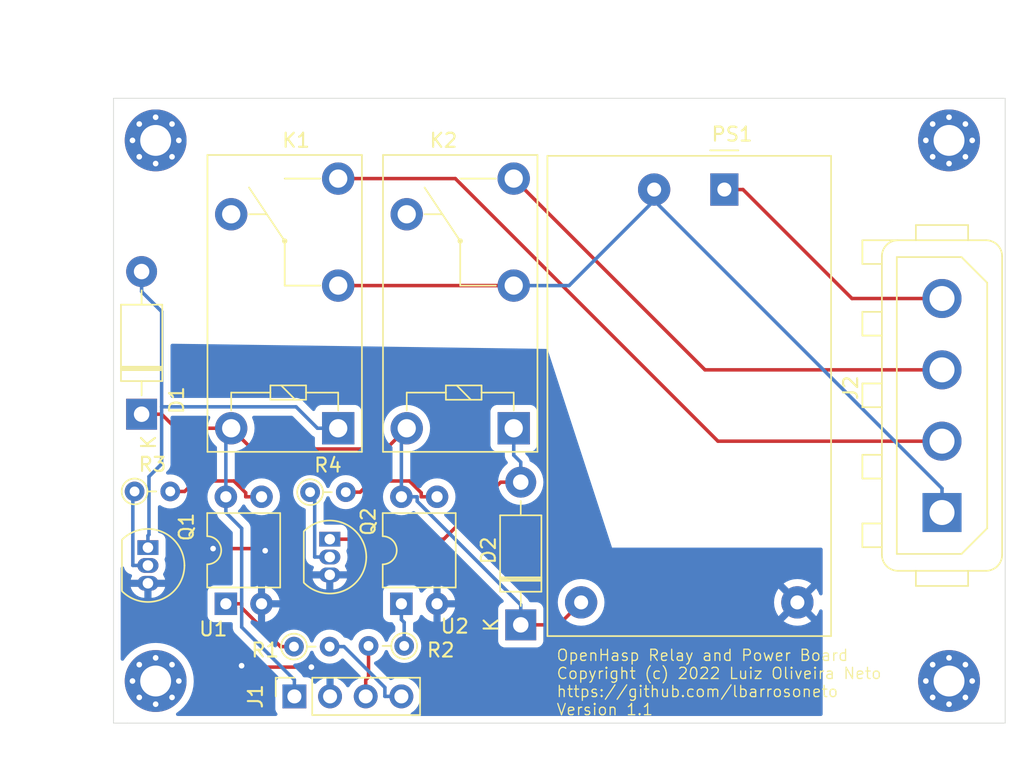
<source format=kicad_pcb>
(kicad_pcb (version 20211014) (generator pcbnew)
  (layers (0 "F.Cu" signal) (31 "B.Cu" signal) (34 "B.Paste" user) (35 "F.Paste" user) (36 "B.SilkS" user "B.Silkscreen") (37 "F.SilkS" user "F.Silkscreen") (38 "B.Mask" user) (39 "F.Mask" user) (44 "Edge.Cuts" user))
  (net 0 "")
  (net 1 "Net-(J1-Pad4)")
  (net 2 "Net-(J1-Pad3)")
  (net 3 "Net-(J2-Pad1)")
  (net 4 "Net-(J2-Pad2)")
  (net 5 "Net-(J2-Pad4)")
  (net 6 "Net-(J2-Pad3)")
  (net 7 "GND")
  (net 8 "VPP")
  (net 9 "Net-(R3-Pad2)")
  (net 10 "Net-(R1-Pad1)")
  (net 11 "Net-(R4-Pad2)")
  (net 12 "Net-(R2-Pad1)")
  (net 13 "Net-(D1-Pad2)")
  (net 14 "Net-(D2-Pad2)")
  (net 15 "Net-(Q1-Pad2)")
  (net 16 "Net-(Q2-Pad2)")
  (footprint "Converter_ACDC:Converter_ACDC_HiLink_HLK-PMxx" (layer "F.Cu") (at 140 91.5 -90)
    (fp_text reference "PS1" (at -3.94 -0.55) (layer "F.SilkS"))
    (fp_text value "HLK-PM01")
    (fp_line (start 31.8 12.6) (end 31.8 -7.6) (layer "F.SilkS") (width 0.12))
    (fp_line (start -2.4 12.6) (end 31.8 12.6) (layer "F.SilkS") (width 0.12))
    (fp_line (start 31.8 -7.6) (end -2.4 -7.6) (layer "F.SilkS") (width 0.12))
    (fp_line (start -2.4 -7.6) (end -2.4 12.6) (layer "F.SilkS") (width 0.12))
    (fp_line (start -2.79 -1) (end -2.79 1.01) (layer "F.SilkS") (width 0.12))
    (pad "1" thru_hole rect locked (at 0 0 270) (size 2.3 2) (drill 1) (layers *.Cu *.Mask) (net 5 "Net-(J2-Pad4)"))
    (pad "2" thru_hole circle locked (at 0 5 270) (size 2.3 2.3) (drill 1) (layers *.Cu *.Mask) (net 3 "Net-(J2-Pad1)"))
    (pad "3" thru_hole circle locked (at 29.4 -5.2 270) (size 2.3 2.3) (drill 1) (layers *.Cu *.Mask) (net 7 "GND"))
    (pad "4" thru_hole circle locked (at 29.4 10.2 270) (size 2.3 2.3) (drill 1) (layers *.Cu *.Mask) (net 8 "VPP"))
  )
  (footprint "Connector_TE-Connectivity:TE_MATE-N-LOK_350211-1_1x04_P5.08mm_Vertical" (layer "F.Cu") (at 155.5 114.5 90)
    (fp_text reference "J2" (at 8.89 -6.5 90) (layer "F.SilkS"))
    (fp_text value "Screw_Terminal_01x04")
    (fp_line (start -0.78 -5.67) (end -0.78 -4.28) (layer "F.SilkS") (width 0.12))
    (fp_line (start 18.25 -4.28) (end -3.01 -4.28) (layer "F.SilkS") (width 0.12))
    (fp_line (start 20.47 1.86) (end 20.47 -1.86) (layer "F.SilkS") (width 0.12))
    (fp_line (start 7.5 -4.28) (end 7.5 -5.67) (layer "F.SilkS") (width 0.12))
    (fp_line (start -3.01 4.28) (end 18.25 4.28) (layer "F.SilkS") (width 0.12))
    (fp_line (start 2.42 -5.67) (end 4.11 -5.67) (layer "F.SilkS") (width 0.12))
    (fp_line (start 19.39 3.14) (end 19.39 -5.67) (layer "F.SilkS") (width 0.12))
    (fp_line (start -5.23 -1.86) (end -4.15 -1.86) (layer "F.SilkS") (width 0.12))
    (fp_line (start 16.36 3.22) (end -1.12 3.22) (layer "F.SilkS") (width 0.12))
    (fp_line (start -4.15 -3.14) (end -4.15 3.14) (layer "F.SilkS") (width 0.12))
    (fp_line (start 14.29 -5.67) (end 14.29 -4.28) (layer "F.SilkS") (width 0.12))
    (fp_line (start 20.47 -1.86) (end 19.39 -1.86) (layer "F.SilkS") (width 0.12))
    (fp_line (start 17.7 -4.28) (end 17.7 -5.67) (layer "F.SilkS") (width 0.12))
    (fp_line (start 12.6 -4.28) (end 12.6 -5.67) (layer "F.SilkS") (width 0.12))
    (fp_line (start -2.47 -5.67) (end -0.78 -5.67) (layer "F.SilkS") (width 0.12))
    (fp_line (start 7.5 -5.67) (end 9.19 -5.67) (layer "F.SilkS") (width 0.12))
    (fp_line (start -1.12 3.22) (end -2.95 1.39) (layer "F.SilkS") (width 0.12))
    (fp_line (start -2.47 -4.28) (end -2.47 -5.67) (layer "F.SilkS") (width 0.12))
    (fp_line (start 4.11 -5.67) (end 4.11 -4.28) (layer "F.SilkS") (width 0.12))
    (fp_line (start 2.42 -4.28) (end 2.42 -5.67) (layer "F.SilkS") (width 0.12))
    (fp_line (start -5.23 1.86) (end -5.23 -1.86) (layer "F.SilkS") (width 0.12))
    (fp_line (start -2.95 -3.22) (end 18.19 -3.22) (layer "F.SilkS") (width 0.12))
    (fp_line (start 18.19 1.39) (end 16.36 3.22) (layer "F.SilkS") (width 0.12))
    (fp_line (start 9.19 -5.67) (end 9.19 -4.28) (layer "F.SilkS") (width 0.12))
    (fp_line (start -4.15 1.86) (end -5.23 1.86) (layer "F.SilkS") (width 0.12))
    (fp_line (start -2.95 1.39) (end -2.95 -3.22) (layer "F.SilkS") (width 0.12))
    (fp_line (start 17.7 -5.67) (end 19.39 -5.67) (layer "F.SilkS") (width 0.12))
    (fp_line (start 19.39 1.86) (end 20.47 1.86) (layer "F.SilkS") (width 0.12))
    (fp_line (start 18.19 -3.22) (end 18.19 1.39) (layer "F.SilkS") (width 0.12))
    (fp_line (start 12.6 -5.67) (end 14.29 -5.67) (layer "F.SilkS") (width 0.12))
    (fp_arc (start -4.15 -3.14) (mid -3.816102 -3.946102) (end -3.01 -4.28) (layer "F.SilkS") (width 0.12))
    (fp_arc (start -3.01 4.28) (mid -3.816102 3.946102) (end -4.15 3.14) (layer "F.SilkS") (width 0.12))
    (fp_arc (start 19.39 3.14) (mid 19.056102 3.946102) (end 18.25 4.28) (layer "F.SilkS") (width 0.12))
    (fp_arc (start 18.25 -4.28) (mid 19.056102 -3.946102) (end 19.39 -3.14) (layer "F.SilkS") (width 0.12))
    (pad "1" thru_hole rect (at 0 0 90) (size 2.78 2.78) (drill 1.78) (layers *.Cu *.Mask) (net 3 "Net-(J2-Pad1)"))
    (pad "2" thru_hole circle (at 5.08 0 90) (size 2.78 2.78) (drill 1.78) (layers *.Cu *.Mask) (net 4 "Net-(J2-Pad2)"))
    (pad "3" thru_hole circle (at 10.16 0 90) (size 2.78 2.78) (drill 1.78) (layers *.Cu *.Mask) (net 6 "Net-(J2-Pad3)"))
    (pad "4" thru_hole circle (at 15.24 0 90) (size 2.78 2.78) (drill 1.78) (layers *.Cu *.Mask) (net 5 "Net-(J2-Pad4)"))
  )
  (footprint "Package_DIP:DIP-4_W7.62mm" (layer "F.Cu") (at 104.5 121 90)
    (fp_text reference "U1" (at -1.8 -0.9 180) (layer "F.SilkS"))
    (fp_text value "EL817")
    (fp_line (start 6.46 3.87) (end 6.46 -1.33) (layer "F.SilkS") (width 0.12))
    (fp_line (start 1.16 3.87) (end 6.46 3.87) (layer "F.SilkS") (width 0.12))
    (fp_line (start 1.16 -1.33) (end 1.16 3.87) (layer "F.SilkS") (width 0.12))
    (fp_line (start 2.81 -1.33) (end 1.16 -1.33) (layer "F.SilkS") (width 0.12))
    (fp_line (start 6.46 -1.33) (end 4.81 -1.33) (layer "F.SilkS") (width 0.12))
    (fp_arc (start 4.81 -1.33) (mid 3.81 -0.33) (end 2.81 -1.33) (layer "F.SilkS") (width 0.12))
    (pad "1" thru_hole rect locked (at 0 0 90) (size 1.6 1.6) (drill 0.8) (layers *.Cu *.Mask) (net 10 "Net-(R1-Pad1)"))
    (pad "2" thru_hole oval locked (at 0 2.54 90) (size 1.6 1.6) (drill 0.8) (layers *.Cu *.Mask) (net 7 "GND"))
    (pad "3" thru_hole oval locked (at 7.62 2.54 90) (size 1.6 1.6) (drill 0.8) (layers *.Cu *.Mask) (net 9 "Net-(R3-Pad2)"))
    (pad "4" thru_hole oval locked (at 7.62 0 90) (size 1.6 1.6) (drill 0.8) (layers *.Cu *.Mask) (net 8 "VPP"))
  )
  (footprint "Package_DIP:DIP-4_W7.62mm" (layer "F.Cu") (at 117 121 90)
    (fp_text reference "U2" (at -1.6 3.8 180) (layer "F.SilkS"))
    (fp_text value "EL817")
    (fp_line (start 6.46 -1.33) (end 4.81 -1.33) (layer "F.SilkS") (width 0.12))
    (fp_line (start 1.16 -1.33) (end 1.16 3.87) (layer "F.SilkS") (width 0.12))
    (fp_line (start 6.46 3.87) (end 6.46 -1.33) (layer "F.SilkS") (width 0.12))
    (fp_line (start 2.81 -1.33) (end 1.16 -1.33) (layer "F.SilkS") (width 0.12))
    (fp_line (start 1.16 3.87) (end 6.46 3.87) (layer "F.SilkS") (width 0.12))
    (fp_arc (start 4.81 -1.33) (mid 3.81 -0.33) (end 2.81 -1.33) (layer "F.SilkS") (width 0.12))
    (pad "1" thru_hole rect locked (at 0 0 90) (size 1.6 1.6) (drill 0.8) (layers *.Cu *.Mask) (net 12 "Net-(R2-Pad1)"))
    (pad "2" thru_hole oval locked (at 0 2.54 90) (size 1.6 1.6) (drill 0.8) (layers *.Cu *.Mask) (net 7 "GND"))
    (pad "3" thru_hole oval locked (at 7.62 2.54 90) (size 1.6 1.6) (drill 0.8) (layers *.Cu *.Mask) (net 11 "Net-(R4-Pad2)"))
    (pad "4" thru_hole oval locked (at 7.62 0 90) (size 1.6 1.6) (drill 0.8) (layers *.Cu *.Mask) (net 8 "VPP"))
  )
  (footprint "Relay_THT:Relay_SPDT_Omron-G5Q-1" (layer "F.Cu") (at 112.5 108.5 90)
    (fp_text reference "K1" (at 20.5 -3) (layer "F.SilkS"))
    (fp_text value "G5Q-1")
    (fp_line (start -1.68 -9.31) (end 19.46 -9.31) (layer "F.SilkS") (width 0.12))
    (fp_line (start 2.54 -4.83) (end 3.05 -4.83) (layer "F.SilkS") (width 0.12))
    (fp_line (start 15.24 -6.35) (end 15.24 -5.08) (layer "F.SilkS") (width 0.12))
    (fp_line (start 2.03 -3.05) (end 3.05 -4.06) (layer "F.SilkS") (width 0.12))
    (fp_line (start -1.68 1.69) (end -1.68 -9.31) (layer "F.SilkS") (width 0.12))
    (fp_line (start 17.78 -1.27) (end 17.78 -3.81) (layer "F.SilkS") (width 0.12))
    (fp_line (start 3.05 -2.29) (end 2.54 -2.29) (layer "F.SilkS") (width 0.12))
    (fp_line (start 2.54 0) (end 2.54 -2.29) (layer "F.SilkS") (width 0.12))
    (fp_line (start 2.54 -2.29) (end 2.03 -2.29) (layer "F.SilkS") (width 0.12))
    (fp_line (start 3.05 -4.83) (end 3.05 -2.29) (layer "F.SilkS") (width 0.12))
    (fp_line (start 2.54 -4.83) (end 2.54 -7.62) (layer "F.SilkS") (width 0.12))
    (fp_line (start 10.16 -1.27) (end 10.16 -3.81) (layer "F.SilkS") (width 0.12))
    (fp_line (start 19.46 1.69) (end 19.46 -9.31) (layer "F.SilkS") (width 0.12))
    (fp_line (start 10.16 -3.81) (end 13.335 -3.81) (layer "F.SilkS") (width 0.12))
    (fp_line (start -1.68 1.69) (end 19.46 1.69) (layer "F.SilkS") (width 0.12))
    (fp_line (start 2.03 -2.29) (end 2.03 -4.83) (layer "F.SilkS") (width 0.12))
    (fp_line (start 1.27 0) (end 2.54 0) (layer "F.SilkS") (width 0.12))
    (fp_line (start 13.335 -3.81) (end 17.145 -6.35) (layer "F.SilkS") (width 0.12))
    (fp_line (start 2.54 -7.62) (end 1.27 -7.62) (layer "F.SilkS") (width 0.12))
    (fp_line (start 2.03 -4.83) (end 2.54 -4.83) (layer "F.SilkS") (width 0.12))
    (fp_circle (center 13.335 -3.81) (end 13.462 -3.81) (layer "F.SilkS") (width 0.12) (fill none))
    (pad "1" thru_hole rect locked (at 0 0 270) (size 2.3 2.3) (drill 1.3) (layers *.Cu *.Mask) (net 13 "Net-(D1-Pad2)"))
    (pad "2" thru_hole circle locked (at 10.16 0 270) (size 2.3 2.3) (drill 1.3) (layers *.Cu *.Mask) (net 3 "Net-(J2-Pad1)"))
    (pad "3" thru_hole circle locked (at 17.78 0 270) (size 2.3 2.3) (drill 1.3) (layers *.Cu *.Mask) (net 4 "Net-(J2-Pad2)"))
    (pad "4" thru_hole circle locked (at 15.24 -7.62 270) (size 2.3 2.3) (drill 1.3) (layers *.Cu *.Mask))
    (pad "5" thru_hole circle locked (at 0 -7.62 270) (size 2.3 2.3) (drill 1.3) (layers *.Cu *.Mask) (net 8 "VPP"))
  )
  (footprint "Relay_THT:Relay_SPDT_Omron-G5Q-1" (layer "F.Cu") (at 125 108.5 90)
    (fp_text reference "K2" (at 20.5 -5) (layer "F.SilkS"))
    (fp_text value "G5Q-1")
    (fp_line (start 2.54 -2.29) (end 2.03 -2.29) (layer "F.SilkS") (width 0.12))
    (fp_line (start 2.03 -2.29) (end 2.03 -4.83) (layer "F.SilkS") (width 0.12))
    (fp_line (start 10.16 -1.27) (end 10.16 -3.81) (layer "F.SilkS") (width 0.12))
    (fp_line (start 2.03 -4.83) (end 2.54 -4.83) (layer "F.SilkS") (width 0.12))
    (fp_line (start -1.68 1.69) (end 19.46 1.69) (layer "F.SilkS") (width 0.12))
    (fp_line (start 15.24 -6.35) (end 15.24 -5.08) (layer "F.SilkS") (width 0.12))
    (fp_line (start 17.78 -1.27) (end 17.78 -3.81) (layer "F.SilkS") (width 0.12))
    (fp_line (start 2.54 -7.62) (end 1.27 -7.62) (layer "F.SilkS") (width 0.12))
    (fp_line (start -1.68 1.69) (end -1.68 -9.31) (layer "F.SilkS") (width 0.12))
    (fp_line (start 1.27 0) (end 2.54 0) (layer "F.SilkS") (width 0.12))
    (fp_line (start 2.54 -4.83) (end 3.05 -4.83) (layer "F.SilkS") (width 0.12))
    (fp_line (start 13.335 -3.81) (end 17.145 -6.35) (layer "F.SilkS") (width 0.12))
    (fp_line (start 19.46 1.69) (end 19.46 -9.31) (layer "F.SilkS") (width 0.12))
    (fp_line (start -1.68 -9.31) (end 19.46 -9.31) (layer "F.SilkS") (width 0.12))
    (fp_line (start 3.05 -2.29) (end 2.54 -2.29) (layer "F.SilkS") (width 0.12))
    (fp_line (start 2.54 0) (end 2.54 -2.29) (layer "F.SilkS") (width 0.12))
    (fp_line (start 2.54 -4.83) (end 2.54 -7.62) (layer "F.SilkS") (width 0.12))
    (fp_line (start 10.16 -3.81) (end 13.335 -3.81) (layer "F.SilkS") (width 0.12))
    (fp_line (start 2.03 -3.05) (end 3.05 -4.06) (layer "F.SilkS") (width 0.12))
    (fp_line (start 3.05 -4.83) (end 3.05 -2.29) (layer "F.SilkS") (width 0.12))
    (fp_circle (center 13.335 -3.81) (end 13.462 -3.81) (layer "F.SilkS") (width 0.12) (fill none))
    (pad "1" thru_hole rect locked (at 0 0 270) (size 2.3 2.3) (drill 1.3) (layers *.Cu *.Mask) (net 14 "Net-(D2-Pad2)"))
    (pad "2" thru_hole circle locked (at 10.16 0 270) (size 2.3 2.3) (drill 1.3) (layers *.Cu *.Mask) (net 3 "Net-(J2-Pad1)"))
    (pad "3" thru_hole circle locked (at 17.78 0 270) (size 2.3 2.3) (drill 1.3) (layers *.Cu *.Mask) (net 6 "Net-(J2-Pad3)"))
    (pad "4" thru_hole circle locked (at 15.24 -7.62 270) (size 2.3 2.3) (drill 1.3) (layers *.Cu *.Mask))
    (pad "5" thru_hole circle locked (at 0 -7.62 270) (size 2.3 2.3) (drill 1.3) (layers *.Cu *.Mask) (net 8 "VPP"))
  )
  (footprint "MountingHole:MountingHole_2.2mm_M2_Pad_Via" (layer "F.Cu") (at 156 126.5)
    (fp_text reference "H1" hide)
    (fp_text value "MountingHole")
    (pad "1" thru_hole circle locked (at -1.65 0) (size 0.7 0.7) (drill 0.4) (layers *.Cu *.Mask))
    (pad "1" thru_hole circle locked (at 1.65 0) (size 0.7 0.7) (drill 0.4) (layers *.Cu *.Mask))
    (pad "1" thru_hole circle locked (at 0 -1.65) (size 0.7 0.7) (drill 0.4) (layers *.Cu *.Mask))
    (pad "1" thru_hole circle locked (at 1.166726 -1.166726) (size 0.7 0.7) (drill 0.4) (layers *.Cu *.Mask))
    (pad "1" thru_hole circle locked (at -1.166726 1.166726) (size 0.7 0.7) (drill 0.4) (layers *.Cu *.Mask))
    (pad "1" thru_hole circle locked (at -1.166726 -1.166726) (size 0.7 0.7) (drill 0.4) (layers *.Cu *.Mask))
    (pad "1" thru_hole circle locked (at 0 1.65) (size 0.7 0.7) (drill 0.4) (layers *.Cu *.Mask))
    (pad "1" thru_hole circle locked (at 0 0) (size 4.4 4.4) (drill 2.2) (layers *.Cu *.Mask))
    (pad "1" thru_hole circle locked (at 1.166726 1.166726) (size 0.7 0.7) (drill 0.4) (layers *.Cu *.Mask))
  )
  (footprint "MountingHole:MountingHole_2.2mm_M2_Pad_Via" (layer "F.Cu") (at 156 88)
    (fp_text reference "H3" hide)
    (fp_text value "MountingHole")
    (pad "1" thru_hole circle locked (at 1.166726 1.166726) (size 0.7 0.7) (drill 0.4) (layers *.Cu *.Mask))
    (pad "1" thru_hole circle locked (at 0 0) (size 4.4 4.4) (drill 2.2) (layers *.Cu *.Mask))
    (pad "1" thru_hole circle locked (at 1.65 0) (size 0.7 0.7) (drill 0.4) (layers *.Cu *.Mask))
    (pad "1" thru_hole circle locked (at -1.166726 1.166726) (size 0.7 0.7) (drill 0.4) (layers *.Cu *.Mask))
    (pad "1" thru_hole circle locked (at 0 1.65) (size 0.7 0.7) (drill 0.4) (layers *.Cu *.Mask))
    (pad "1" thru_hole circle locked (at -1.166726 -1.166726) (size 0.7 0.7) (drill 0.4) (layers *.Cu *.Mask))
    (pad "1" thru_hole circle locked (at 0 -1.65) (size 0.7 0.7) (drill 0.4) (layers *.Cu *.Mask))
    (pad "1" thru_hole circle locked (at -1.65 0) (size 0.7 0.7) (drill 0.4) (layers *.Cu *.Mask))
    (pad "1" thru_hole circle locked (at 1.166726 -1.166726) (size 0.7 0.7) (drill 0.4) (layers *.Cu *.Mask))
  )
  (footprint "MountingHole:MountingHole_2.2mm_M2_Pad_Via" (layer "F.Cu") (at 99.5 88)
    (fp_text reference "H4" hide)
    (fp_text value "MountingHole")
    (pad "1" thru_hole circle locked (at 0 -1.65) (size 0.7 0.7) (drill 0.4) (layers *.Cu *.Mask))
    (pad "1" thru_hole circle locked (at -1.65 0) (size 0.7 0.7) (drill 0.4) (layers *.Cu *.Mask))
    (pad "1" thru_hole circle locked (at 0 1.65) (size 0.7 0.7) (drill 0.4) (layers *.Cu *.Mask))
    (pad "1" thru_hole circle locked (at 1.166726 -1.166726) (size 0.7 0.7) (drill 0.4) (layers *.Cu *.Mask))
    (pad "1" thru_hole circle locked (at -1.166726 1.166726) (size 0.7 0.7) (drill 0.4) (layers *.Cu *.Mask))
    (pad "1" thru_hole circle locked (at -1.166726 -1.166726) (size 0.7 0.7) (drill 0.4) (layers *.Cu *.Mask))
    (pad "1" thru_hole circle locked (at 1.65 0) (size 0.7 0.7) (drill 0.4) (layers *.Cu *.Mask))
    (pad "1" thru_hole circle locked (at 1.166726 1.166726) (size 0.7 0.7) (drill 0.4) (layers *.Cu *.Mask))
    (pad "1" thru_hole circle locked (at 0 0) (size 4.4 4.4) (drill 2.2) (layers *.Cu *.Mask))
  )
  (footprint "MountingHole:MountingHole_2.2mm_M2_Pad_Via" (layer "F.Cu") (at 99.5 126.5)
    (fp_text reference "H2" hide)
    (fp_text value "MountingHole")
    (pad "1" thru_hole circle locked (at 1.65 0) (size 0.7 0.7) (drill 0.4) (layers *.Cu *.Mask))
    (pad "1" thru_hole circle locked (at 0 0) (size 4.4 4.4) (drill 2.2) (layers *.Cu *.Mask))
    (pad "1" thru_hole circle locked (at 1.166726 1.166726) (size 0.7 0.7) (drill 0.4) (layers *.Cu *.Mask))
    (pad "1" thru_hole circle locked (at 0 -1.65) (size 0.7 0.7) (drill 0.4) (layers *.Cu *.Mask))
    (pad "1" thru_hole circle locked (at -1.65 0) (size 0.7 0.7) (drill 0.4) (layers *.Cu *.Mask))
    (pad "1" thru_hole circle locked (at 0 1.65) (size 0.7 0.7) (drill 0.4) (layers *.Cu *.Mask))
    (pad "1" thru_hole circle locked (at 1.166726 -1.166726) (size 0.7 0.7) (drill 0.4) (layers *.Cu *.Mask))
    (pad "1" thru_hole circle locked (at -1.166726 -1.166726) (size 0.7 0.7) (drill 0.4) (layers *.Cu *.Mask))
    (pad "1" thru_hole circle locked (at -1.166726 1.166726) (size 0.7 0.7) (drill 0.4) (layers *.Cu *.Mask))
  )
  (footprint "Resistor_THT:R_Axial_DIN0204_L3.6mm_D1.6mm_P2.54mm_Vertical" (layer "F.Cu") (at 98 113)
    (fp_text reference "R3" (at 1.27 -1.92) (layer "F.SilkS"))
    (fp_text value "1K")
    (fp_line (start 0.92 0) (end 1.54 0) (layer "F.SilkS") (width 0.12))
    (fp_circle (center 0 0) (end 0.92 0) (layer "F.SilkS") (width 0.12) (fill none))
    (pad "1" thru_hole circle locked (at 0 0) (size 1.4 1.4) (drill 0.7) (layers *.Cu *.Mask) (net 15 "Net-(Q1-Pad2)"))
    (pad "2" thru_hole oval locked (at 2.54 0) (size 1.4 1.4) (drill 0.7) (layers *.Cu *.Mask) (net 9 "Net-(R3-Pad2)"))
  )
  (footprint "Resistor_THT:R_Axial_DIN0204_L3.6mm_D1.6mm_P2.54mm_Vertical" (layer "F.Cu") (at 117.2 124 180)
    (fp_text reference "R2" (at -2.6 -0.3) (layer "F.SilkS"))
    (fp_text value "1K")
    (fp_line (start 0.92 0) (end 1.54 0) (layer "F.SilkS") (width 0.12))
    (fp_circle (center 0 0) (end 0.92 0) (layer "F.SilkS") (width 0.12) (fill none))
    (pad "1" thru_hole circle locked (at 0 0 180) (size 1.4 1.4) (drill 0.7) (layers *.Cu *.Mask) (net 12 "Net-(R2-Pad1)"))
    (pad "2" thru_hole oval locked (at 2.54 0 180) (size 1.4 1.4) (drill 0.7) (layers *.Cu *.Mask) (net 2 "Net-(J1-Pad3)"))
  )
  (footprint "Diode_THT:D_DO-41_SOD81_P10.16mm_Horizontal" (layer "F.Cu") (at 98.5 107.5 90)
    (fp_text reference "D1" (at 1 2.5 90) (layer "F.SilkS"))
    (fp_text value "1N4007")
    (fp_text user "K" (at -2 0.5 90) (layer "F.SilkS"))
    (fp_line (start 3.14 -1.47) (end 3.14 1.47) (layer "F.SilkS") (width 0.12))
    (fp_line (start 7.8 -1.47) (end 2.36 -1.47) (layer "F.SilkS") (width 0.12))
    (fp_line (start 3.26 -1.47) (end 3.26 1.47) (layer "F.SilkS") (width 0.12))
    (fp_line (start 2.36 -1.47) (end 2.36 1.47) (layer "F.SilkS") (width 0.12))
    (fp_line (start 2.36 1.47) (end 7.8 1.47) (layer "F.SilkS") (width 0.12))
    (fp_line (start 3.38 -1.47) (end 3.38 1.47) (layer "F.SilkS") (width 0.12))
    (fp_line (start 1.34 0) (end 2.36 0) (layer "F.SilkS") (width 0.12))
    (fp_line (start 8.82 0) (end 7.8 0) (layer "F.SilkS") (width 0.12))
    (fp_line (start 7.8 1.47) (end 7.8 -1.47) (layer "F.SilkS") (width 0.12))
    (pad "1" thru_hole rect locked (at 0 0 90) (size 2.2 2.2) (drill 1.1) (layers *.Cu *.Mask) (net 8 "VPP"))
    (pad "2" thru_hole oval locked (at 10.16 0 90) (size 2.2 2.2) (drill 1.1) (layers *.Cu *.Mask) (net 13 "Net-(D1-Pad2)"))
  )
  (footprint "Resistor_THT:R_Axial_DIN0204_L3.6mm_D1.6mm_P2.54mm_Vertical" (layer "F.Cu") (at 110.5 113.05)
    (fp_text reference "R4" (at 1.27 -1.92) (layer "F.SilkS"))
    (fp_text value "1K")
    (fp_line (start 0.92 0) (end 1.54 0) (layer "F.SilkS") (width 0.12))
    (fp_circle (center 0 0) (end 0.92 0) (layer "F.SilkS") (width 0.12) (fill none))
    (pad "1" thru_hole circle locked (at 0 0) (size 1.4 1.4) (drill 0.7) (layers *.Cu *.Mask) (net 16 "Net-(Q2-Pad2)"))
    (pad "2" thru_hole oval locked (at 2.54 0) (size 1.4 1.4) (drill 0.7) (layers *.Cu *.Mask) (net 11 "Net-(R4-Pad2)"))
  )
  (footprint "Diode_THT:D_DO-41_SOD81_P10.16mm_Horizontal" (layer "F.Cu") (at 125.5 122.5 90)
    (fp_text reference "D2" (at 5.3 -2.3 90) (layer "F.SilkS"))
    (fp_text value "1N4007")
    (fp_text user "K" (at 0 -2.1 90) (layer "F.SilkS"))
    (fp_line (start 3.26 -1.47) (end 3.26 1.47) (layer "F.SilkS") (width 0.12))
    (fp_line (start 3.14 -1.47) (end 3.14 1.47) (layer "F.SilkS") (width 0.12))
    (fp_line (start 8.82 0) (end 7.8 0) (layer "F.SilkS") (width 0.12))
    (fp_line (start 7.8 -1.47) (end 2.36 -1.47) (layer "F.SilkS") (width 0.12))
    (fp_line (start 3.38 -1.47) (end 3.38 1.47) (layer "F.SilkS") (width 0.12))
    (fp_line (start 7.8 1.47) (end 7.8 -1.47) (layer "F.SilkS") (width 0.12))
    (fp_line (start 2.36 1.47) (end 7.8 1.47) (layer "F.SilkS") (width 0.12))
    (fp_line (start 1.34 0) (end 2.36 0) (layer "F.SilkS") (width 0.12))
    (fp_line (start 2.36 -1.47) (end 2.36 1.47) (layer "F.SilkS") (width 0.12))
    (pad "1" thru_hole rect locked (at 0 0 90) (size 2.2 2.2) (drill 1.1) (layers *.Cu *.Mask) (net 8 "VPP"))
    (pad "2" thru_hole oval locked (at 10.16 0 90) (size 2.2 2.2) (drill 1.1) (layers *.Cu *.Mask) (net 14 "Net-(D2-Pad2)"))
  )
  (footprint "Package_TO_SOT_THT:TO-92_Inline" (layer "F.Cu") (at 98.95 117 -90)
    (fp_text reference "Q1" (at -1.47 -2.74 -90) (layer "F.SilkS"))
    (fp_text value "BC548")
    (fp_line (start -0.53 1.85) (end 3.07 1.85) (layer "F.SilkS") (width 0.12))
    (fp_arc (start -0.568478 1.838478) (mid -1.132087 -0.994977) (end 1.27 -2.6) (layer "F.SilkS") (width 0.12))
    (fp_arc (start 1.27 -2.6) (mid 3.672087 -0.994977) (end 3.108478 1.838478) (layer "F.SilkS") (width 0.12))
    (pad "1" thru_hole rect (at 0 0 270) (size 1.05 1.5) (drill 0.75) (layers *.Cu *.Mask) (net 13 "Net-(D1-Pad2)"))
    (pad "2" thru_hole oval (at 1.27 0 270) (size 1.05 1.5) (drill 0.75) (layers *.Cu *.Mask) (net 15 "Net-(Q1-Pad2)"))
    (pad "3" thru_hole oval (at 2.54 0 270) (size 1.05 1.5) (drill 0.75) (layers *.Cu *.Mask) (net 7 "GND"))
  )
  (footprint "Package_TO_SOT_THT:TO-92_Inline" (layer "F.Cu") (at 111.9 116.4 -90)
    (fp_text reference "Q2" (at -1.25 -2.74 -90) (layer "F.SilkS"))
    (fp_text value "BC548")
    (fp_line (start -0.53 1.85) (end 3.07 1.85) (layer "F.SilkS") (width 0.12))
    (fp_arc (start -0.568478 1.838478) (mid -1.132087 -0.994977) (end 1.27 -2.6) (layer "F.SilkS") (width 0.12))
    (fp_arc (start 1.27 -2.6) (mid 3.672087 -0.994977) (end 3.108478 1.838478) (layer "F.SilkS") (width 0.12))
    (pad "1" thru_hole rect (at 0 0 270) (size 1.05 1.5) (drill 0.75) (layers *.Cu *.Mask) (net 14 "Net-(D2-Pad2)"))
    (pad "2" thru_hole oval (at 1.27 0 270) (size 1.05 1.5) (drill 0.75) (layers *.Cu *.Mask) (net 16 "Net-(Q2-Pad2)"))
    (pad "3" thru_hole oval (at 2.54 0 270) (size 1.05 1.5) (drill 0.75) (layers *.Cu *.Mask) (net 7 "GND"))
  )
  (footprint "Resistor_THT:R_Axial_DIN0204_L3.6mm_D1.6mm_P2.54mm_Vertical" (layer "F.Cu") (at 109.35 124.05)
    (fp_text reference "R1" (at -2.05 0.25) (layer "F.SilkS"))
    (fp_text value "1K")
    (fp_line (start 0.92 0) (end 1.54 0) (layer "F.SilkS") (width 0.12))
    (fp_circle (center 0 0) (end 0.92 0) (layer "F.SilkS") (width 0.12) (fill none))
    (pad "1" thru_hole circle locked (at 0 0) (size 1.4 1.4) (drill 0.7) (layers *.Cu *.Mask) (net 10 "Net-(R1-Pad1)"))
    (pad "2" thru_hole oval locked (at 2.54 0) (size 1.4 1.4) (drill 0.7) (layers *.Cu *.Mask) (net 1 "Net-(J1-Pad4)"))
  )
  (footprint "Connector_PinSocket_2.54mm:PinSocket_1x04_P2.54mm_Vertical" (layer "F.Cu") (at 109.38 127.595 90)
    (fp_text reference "J1" (at 0 -2.77 90) (layer "F.SilkS"))
    (fp_text value "Conn_01x04")
    (fp_line (start -1.33 8.95) (end 1.33 8.95) (layer "F.SilkS") (width 0.12))
    (fp_line (start 1.33 -1.33) (end 1.33 0) (layer "F.SilkS") (width 0.12))
    (fp_line (start -1.33 1.27) (end -1.33 8.95) (layer "F.SilkS") (width 0.12))
    (fp_line (start -1.33 1.27) (end 1.33 1.27) (layer "F.SilkS") (width 0.12))
    (fp_line (start 1.33 1.27) (end 1.33 8.95) (layer "F.SilkS") (width 0.12))
    (fp_line (start 0 -1.33) (end 1.33 -1.33) (layer "F.SilkS") (width 0.12))
    (pad "1" thru_hole rect (at 0 0 90) (size 1.7 1.7) (drill 1) (layers *.Cu *.Mask) (net 8 "VPP"))
    (pad "2" thru_hole oval (at 0 2.54 90) (size 1.7 1.7) (drill 1) (layers *.Cu *.Mask) (net 7 "GND"))
    (pad "3" thru_hole oval (at 0 5.08 90) (size 1.7 1.7) (drill 1) (layers *.Cu *.Mask) (net 2 "Net-(J1-Pad3)"))
    (pad "4" thru_hole oval (at 0 7.62 90) (size 1.7 1.7) (drill 1) (layers *.Cu *.Mask) (net 1 "Net-(J1-Pad4)"))
  )
  (gr_line (start 96.5 129.5) (end 96.5 85) (layer "Edge.Cuts") (width 0.05))
  (gr_line (start 97.5 129.5) (end 96.5 129.5) (layer "Edge.Cuts") (width 0.05))
  (gr_line (start 160 85) (end 160 129.5) (layer "Edge.Cuts") (width 0.05))
  (gr_line (start 160 129.5) (end 97.5 129.5) (layer "Edge.Cuts") (width 0.05))
  (gr_line (start 96.5 85) (end 160 85) (layer "Edge.Cuts") (width 0.05))
  (gr_text "OpenHasp Relay and Power Board\nCopyright (c) 2022 Luiz Oliveira Neto\nhttps://github.com/lbarrosoneto\nVersion 1.1" (at 128 126.6) (layer "F.SilkS") (effects (font (size 0.8 0.8) (thickness 0.09)) (justify left)))
  (segment (start 117 127.595) (end 115.8247 127.595) (width 0.25) (layer "B.Cu") (net 1))
  (segment (start 111.89 124.05) (end 112.9153 124.05) (width 0.25) (layer "B.Cu") (net 1))
  (segment (start 115.8247 126.9594) (end 112.9153 124.05) (width 0.25) (layer "B.Cu") (net 1))
  (segment (start 115.8247 127.595) (end 115.8247 126.9594) (width 0.25) (layer "B.Cu") (net 1))
  (segment (start 114.46 126.4197) (end 114.66 126.2197) (width 0.25) (layer "F.Cu") (net 2))
  (segment (start 114.66 126.2197) (end 114.66 124) (width 0.25) (layer "F.Cu") (net 2))
  (segment (start 114.46 127.595) (end 114.46 126.4197) (width 0.25) (layer "F.Cu") (net 2))
  (segment (start 125 98.34) (end 112.5 98.34) (width 0.25) (layer "F.Cu") (net 3))
  (segment (start 135 92.2847) (end 135 91.5) (width 0.25) (layer "B.Cu") (net 3))
  (segment (start 155.5 112.7847) (end 135 92.2847) (width 0.25) (layer "B.Cu") (net 3))
  (segment (start 128.9447 98.34) (end 135 92.2847) (width 0.25) (layer "B.Cu") (net 3))
  (segment (start 155.5 114.5) (end 155.5 112.7847) (width 0.25) (layer "B.Cu") (net 3))
  (segment (start 125 98.34) (end 128.9447 98.34) (width 0.25) (layer "B.Cu") (net 3))
  (segment (start 120.8424 90.72) (end 139.5424 109.42) (width 0.25) (layer "F.Cu") (net 4))
  (segment (start 112.5 90.72) (end 120.8424 90.72) (width 0.25) (layer "F.Cu") (net 4))
  (segment (start 139.5424 109.42) (end 155.5 109.42) (width 0.25) (layer "F.Cu") (net 4))
  (segment (start 155.5 99.26) (end 149.0853 99.26) (width 0.25) (layer "F.Cu") (net 5))
  (segment (start 140 91.5) (end 141.3253 91.5) (width 0.25) (layer "F.Cu") (net 5))
  (segment (start 149.0853 99.26) (end 141.3253 91.5) (width 0.25) (layer "F.Cu") (net 5))
  (segment (start 138.62 104.34) (end 125 90.72) (width 0.25) (layer "F.Cu") (net 6))
  (segment (start 155.5 104.34) (end 138.62 104.34) (width 0.25) (layer "F.Cu") (net 6))
  (segment (start 107.15 117.07) (end 107.3 117.22) (width 0.25) (layer "F.Cu") (net 7))
  (segment (start 103.59 117.07) (end 107.15 117.07) (width 0.25) (layer "F.Cu") (net 7))
  (segment (start 105.72 125.51) (end 105.62 125.41) (width 0.25) (layer "F.Cu") (net 7))
  (segment (start 110.59 125.51) (end 105.72 125.51) (width 0.25) (layer "F.Cu") (net 7))
  (via (at 107.3 117.22) (size 0.8) (drill 0.4) (layers "F.Cu" "B.Cu") (net 7))
  (via (at 110.59 125.51) (size 0.8) (drill 0.4) (layers "F.Cu" "B.Cu") (net 7))
  (via (at 105.62 125.41) (size 0.8) (drill 0.4) (layers "F.Cu" "B.Cu") (net 7))
  (via (at 103.59 117.07) (size 0.8) (drill 0.4) (layers "F.Cu" "B.Cu") (net 7))
  (segment (start 106.3554 109.9754) (end 104.88 108.5) (width 0.25) (layer "F.Cu") (net 8))
  (segment (start 115.9046 109.9754) (end 106.3554 109.9754) (width 0.25) (layer "F.Cu") (net 8))
  (segment (start 117.38 108.5) (end 115.9046 109.9754) (width 0.25) (layer "F.Cu") (net 8))
  (segment (start 128.2 122.5) (end 129.8 120.9) (width 0.25) (layer "F.Cu") (net 8))
  (segment (start 100.9253 108.5) (end 99.9253 107.5) (width 0.25) (layer "F.Cu") (net 8))
  (segment (start 125.5 122.5) (end 128.2 122.5) (width 0.25) (layer "F.Cu") (net 8))
  (segment (start 98.5 107.5) (end 99.9253 107.5) (width 0.25) (layer "F.Cu") (net 8))
  (segment (start 104.88 108.5) (end 100.9253 108.5) (width 0.25) (layer "F.Cu") (net 8))
  (segment (start 125.5 121.0747) (end 118.1253 113.7) (width 0.25) (layer "B.Cu") (net 8))
  (segment (start 125.5 122.5) (end 125.5 121.0747) (width 0.25) (layer "B.Cu") (net 8))
  (segment (start 117 108.88) (end 117 113.38) (width 0.25) (layer "B.Cu") (net 8))
  (segment (start 117 113.38) (end 118.1253 113.38) (width 0.25) (layer "B.Cu") (net 8))
  (segment (start 105.6253 122.665) (end 105.6253 115.6306) (width 0.25) (layer "B.Cu") (net 8))
  (segment (start 117.38 108.5) (end 117 108.88) (width 0.25) (layer "B.Cu") (net 8))
  (segment (start 104.5 108.88) (end 104.5 113.38) (width 0.25) (layer "B.Cu") (net 8))
  (segment (start 109.38 127.595) (end 109.38 126.4197) (width 0.25) (layer "B.Cu") (net 8))
  (segment (start 104.5 113.38) (end 104.5 114.5053) (width 0.25) (layer "B.Cu") (net 8))
  (segment (start 105.6253 115.6306) (end 104.5 114.5053) (width 0.25) (layer "B.Cu") (net 8))
  (segment (start 104.88 108.5) (end 104.5 108.88) (width 0.25) (layer "B.Cu") (net 8))
  (segment (start 109.38 126.4197) (end 105.6253 122.665) (width 0.25) (layer "B.Cu") (net 8))
  (segment (start 118.1253 113.7) (end 118.1253 113.38) (width 0.25) (layer "B.Cu") (net 8))
  (segment (start 101.5653 113) (end 102.3106 112.2547) (width 0.25) (layer "F.Cu") (net 9))
  (segment (start 100.54 113) (end 101.5653 113) (width 0.25) (layer "F.Cu") (net 9))
  (segment (start 105.9147 113.0986) (end 105.9147 113.38) (width 0.25) (layer "F.Cu") (net 9))
  (segment (start 105.0708 112.2547) (end 105.9147 113.0986) (width 0.25) (layer "F.Cu") (net 9))
  (segment (start 107.04 113.38) (end 105.9147 113.38) (width 0.25) (layer "F.Cu") (net 9))
  (segment (start 102.3106 112.2547) (end 105.0708 112.2547) (width 0.25) (layer "F.Cu") (net 9))
  (segment (start 104.5 121) (end 105.6253 121) (width 0.25) (layer "F.Cu") (net 10))
  (segment (start 105.6253 121.2813) (end 105.6253 121) (width 0.25) (layer "F.Cu") (net 10))
  (segment (start 108.394 124.05) (end 105.6253 121.2813) (width 0.25) (layer "F.Cu") (net 10))
  (segment (start 109.35 124.05) (end 108.394 124.05) (width 0.25) (layer "F.Cu") (net 10))
  (segment (start 114.8606 112.2547) (end 117.5708 112.2547) (width 0.25) (layer "F.Cu") (net 11))
  (segment (start 113.04 113.05) (end 114.0653 113.05) (width 0.25) (layer "F.Cu") (net 11))
  (segment (start 119.54 113.38) (end 118.4147 113.38) (width 0.25) (layer "F.Cu") (net 11))
  (segment (start 117.5708 112.2547) (end 118.4147 113.0986) (width 0.25) (layer "F.Cu") (net 11))
  (segment (start 118.4147 113.0986) (end 118.4147 113.38) (width 0.25) (layer "F.Cu") (net 11))
  (segment (start 114.0653 113.05) (end 114.8606 112.2547) (width 0.25) (layer "F.Cu") (net 11))
  (segment (start 117 121) (end 117 122.1253) (width 0.25) (layer "B.Cu") (net 12))
  (segment (start 117.2 122.3253) (end 117 122.1253) (width 0.25) (layer "B.Cu") (net 12))
  (segment (start 117.2 124) (end 117.2 122.3253) (width 0.25) (layer "B.Cu") (net 12))
  (segment (start 99.9253 106.9733) (end 109.498 106.9733) (width 0.25) (layer "B.Cu") (net 13))
  (segment (start 98.5 97.34) (end 98.5 98.7653) (width 0.25) (layer "B.Cu") (net 13))
  (segment (start 99.0254 116.0743) (end 99.0254 111.9402) (width 0.25) (layer "B.Cu") (net 13))
  (segment (start 99.9253 100.1906) (end 98.5 98.7653) (width 0.25) (layer "B.Cu") (net 13))
  (segment (start 99.0254 111.9402) (end 99.9253 111.0403) (width 0.25) (layer "B.Cu") (net 13))
  (segment (start 99.9253 111.0403) (end 99.9253 106.9733) (width 0.25) (layer "B.Cu") (net 13))
  (segment (start 112.5 108.5) (end 111.0247 108.5) (width 0.25) (layer "B.Cu") (net 13))
  (segment (start 109.498 106.9733) (end 111.0247 108.5) (width 0.25) (layer "B.Cu") (net 13))
  (segment (start 98.95 116.1497) (end 99.0254 116.0743) (width 0.25) (layer "B.Cu") (net 13))
  (segment (start 98.95 117) (end 98.95 116.1497) (width 0.25) (layer "B.Cu") (net 13))
  (segment (start 99.9253 106.9733) (end 99.9253 100.1906) (width 0.25) (layer "B.Cu") (net 13))
  (segment (start 111.9 116.4) (end 120.0147 116.4) (width 0.25) (layer "F.Cu") (net 14))
  (segment (start 120.0147 116.4) (end 124.0747 112.34) (width 0.25) (layer "F.Cu") (net 14))
  (segment (start 125.5 112.34) (end 124.0747 112.34) (width 0.25) (layer "F.Cu") (net 14))
  (segment (start 125 110.4147) (end 125 108.5) (width 0.25) (layer "B.Cu") (net 14))
  (segment (start 125.5 110.9147) (end 125 110.4147) (width 0.25) (layer "B.Cu") (net 14))
  (segment (start 125.5 112.34) (end 125.5 110.9147) (width 0.25) (layer "B.Cu") (net 14))
  (segment (start 98.95 118.27) (end 97.8747 118.27) (width 0.25) (layer "B.Cu") (net 15))
  (segment (start 97.8747 113.1253) (end 98 113) (width 0.25) (layer "B.Cu") (net 15))
  (segment (start 97.8747 118.27) (end 97.8747 113.1253) (width 0.25) (layer "B.Cu") (net 15))
  (segment (start 110.8247 117.67) (end 110.8247 113.3747) (width 0.25) (layer "B.Cu") (net 16))
  (segment (start 110.8247 113.3747) (end 110.5 113.05) (width 0.25) (layer "B.Cu") (net 16))
  (segment (start 111.9 117.67) (end 110.8247 117.67) (width 0.25) (layer "B.Cu") (net 16))
  (zone (net 7) (net_name "GND") (layer "B.Cu") (connect_pads (clearance 0.508)) (min_thickness 0.254) (fill yes (thermal_gap 0.508) (thermal_bridge_width 0.508))
    (polygon (pts (xy 132 117) (xy 147 117) (xy 147 132) (xy 91 131.5) (xy 91.4 102.35) (xy 127.4 102.85)))
  )
)
</source>
